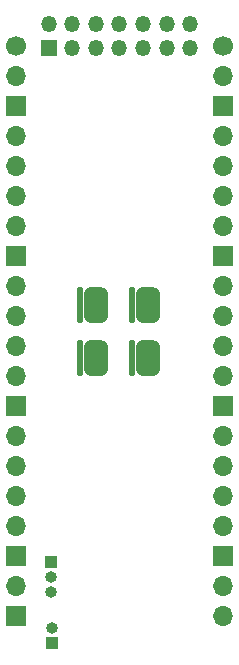
<source format=gbr>
%TF.GenerationSoftware,KiCad,Pcbnew,7.0.2*%
%TF.CreationDate,2024-02-16T13:22:18+02:00*%
%TF.ProjectId,dots_projector,646f7473-5f70-4726-9f6a-6563746f722e,rev?*%
%TF.SameCoordinates,Original*%
%TF.FileFunction,Soldermask,Top*%
%TF.FilePolarity,Negative*%
%FSLAX46Y46*%
G04 Gerber Fmt 4.6, Leading zero omitted, Abs format (unit mm)*
G04 Created by KiCad (PCBNEW 7.0.2) date 2024-02-16 13:22:18*
%MOMM*%
%LPD*%
G01*
G04 APERTURE LIST*
G04 Aperture macros list*
%AMRoundRect*
0 Rectangle with rounded corners*
0 $1 Rounding radius*
0 $2 $3 $4 $5 $6 $7 $8 $9 X,Y pos of 4 corners*
0 Add a 4 corners polygon primitive as box body*
4,1,4,$2,$3,$4,$5,$6,$7,$8,$9,$2,$3,0*
0 Add four circle primitives for the rounded corners*
1,1,$1+$1,$2,$3*
1,1,$1+$1,$4,$5*
1,1,$1+$1,$6,$7*
1,1,$1+$1,$8,$9*
0 Add four rect primitives between the rounded corners*
20,1,$1+$1,$2,$3,$4,$5,0*
20,1,$1+$1,$4,$5,$6,$7,0*
20,1,$1+$1,$6,$7,$8,$9,0*
20,1,$1+$1,$8,$9,$2,$3,0*%
G04 Aperture macros list end*
%ADD10RoundRect,0.500000X-0.500000X-1.000000X0.500000X-1.000000X0.500000X1.000000X-0.500000X1.000000X0*%
%ADD11RoundRect,0.125000X-0.125000X-1.375000X0.125000X-1.375000X0.125000X1.375000X-0.125000X1.375000X0*%
%ADD12R,1.000000X1.000000*%
%ADD13O,1.000000X1.000000*%
%ADD14R,1.350000X1.350000*%
%ADD15O,1.350000X1.350000*%
%ADD16C,1.700000*%
%ADD17O,1.700000X1.700000*%
%ADD18R,1.700000X1.700000*%
G04 APERTURE END LIST*
D10*
%TO.C,D8*%
X72400000Y-94900000D03*
D11*
X71000000Y-94900000D03*
%TD*%
D10*
%TO.C,D5*%
X76825000Y-99400000D03*
D11*
X75425000Y-99400000D03*
%TD*%
D10*
%TO.C,D4*%
X72400000Y-99400000D03*
D11*
X71000000Y-99400000D03*
%TD*%
D10*
%TO.C,D1*%
X76825000Y-94900000D03*
D11*
X75425000Y-94900000D03*
%TD*%
D12*
%TO.C,JP3*%
X68600000Y-116625000D03*
D13*
X68600000Y-117895000D03*
X68600000Y-119165000D03*
%TD*%
D14*
%TO.C,J2*%
X68375000Y-73100000D03*
D15*
X68375000Y-71100000D03*
X70375000Y-73100000D03*
X70375000Y-71100000D03*
X72375000Y-73100000D03*
X72375000Y-71100000D03*
X74375000Y-73100000D03*
X74375000Y-71100000D03*
X76375000Y-73100000D03*
X76375000Y-71100000D03*
X78375000Y-73100000D03*
X78375000Y-71100000D03*
X80375000Y-73100000D03*
X80375000Y-71100000D03*
%TD*%
D12*
%TO.C,J4*%
X68650000Y-123525000D03*
D13*
X68650000Y-122255000D03*
%TD*%
D16*
%TO.C,U2*%
X83164000Y-72940000D03*
D17*
X83164000Y-75480000D03*
D18*
X83164000Y-78020000D03*
D17*
X83164000Y-80560000D03*
X83164000Y-83100000D03*
X83164000Y-85640000D03*
X83164000Y-88180000D03*
D18*
X83164000Y-90720000D03*
D17*
X83164000Y-93260000D03*
X83164000Y-95800000D03*
X83164000Y-98340000D03*
X83164000Y-100880000D03*
D18*
X83164000Y-103420000D03*
D17*
X83164000Y-105960000D03*
X83164000Y-108500000D03*
X83164000Y-111040000D03*
X83164000Y-113580000D03*
D18*
X83164000Y-116120000D03*
D17*
X83164000Y-118660000D03*
X83164000Y-121200000D03*
D18*
X65600000Y-121200000D03*
D17*
X65600000Y-118660000D03*
D18*
X65600000Y-116120000D03*
D17*
X65600000Y-113580000D03*
X65600000Y-111040000D03*
X65600000Y-108500000D03*
X65600000Y-105960000D03*
D18*
X65600000Y-103420000D03*
D17*
X65600000Y-100880000D03*
X65600000Y-98340000D03*
X65600000Y-95800000D03*
X65600000Y-93260000D03*
D18*
X65600000Y-90720000D03*
D17*
X65600000Y-88180000D03*
X65600000Y-85640000D03*
X65600000Y-83100000D03*
X65600000Y-80560000D03*
D18*
X65600000Y-78020000D03*
D17*
X65600000Y-75480000D03*
D16*
X65600000Y-72940000D03*
%TD*%
M02*

</source>
